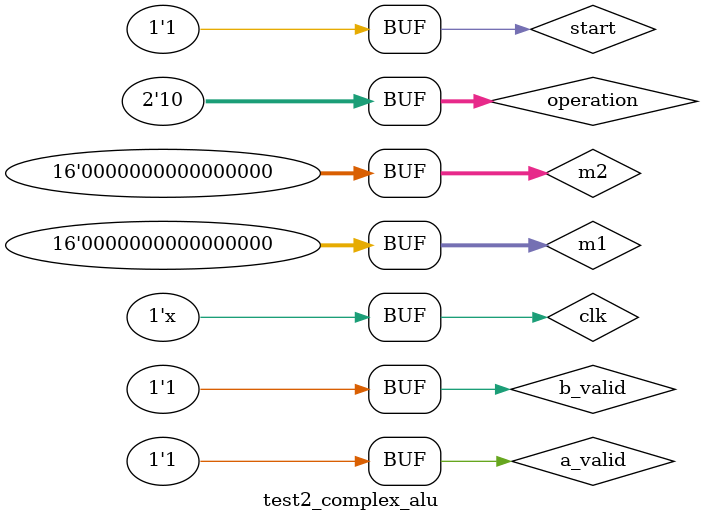
<source format=v>
`timescale 1ns / 1ps


module test2_complex_alu;

	// Inputs
	reg clk;
	reg [1:0] operation;
	reg a_valid;
	reg b_valid;
	reg start;
	reg [15:0] m1;
	reg [15:0] m2;

	// Outputs
	wire valid;
	wire error;
	wire [47:0] result;

	// Instantiate the Unit Under Test (UUT)
	Comlex_ALU uut (
		.clk(clk), 
		.operation(operation), 
		.a_valid(a_valid), 
		.b_valid(b_valid), 
		.start(start), 
		.m1(m1), 
		.m2(m2), 
		.valid(valid), 
		.error(error), 
		.result(result)
	);

	initial begin
		// Initialize Inputs
		clk = 0;
		operation = 0;
		a_valid = 0;
		b_valid = 0;
		start = 0;
		m1 = 0;
		m2 = 0;

		// Wait 100 ns for global reset to finish
	#10;
		start = 1;
		  b_valid=1;
		a_valid=1;
		operation=0;
		#100
//		operation=3;
//		#100
		operation=1;
		#100
		operation=2;
        
		// Add stimulus here

	end
	always  
	#10 clk=!clk;
      
endmodule


</source>
